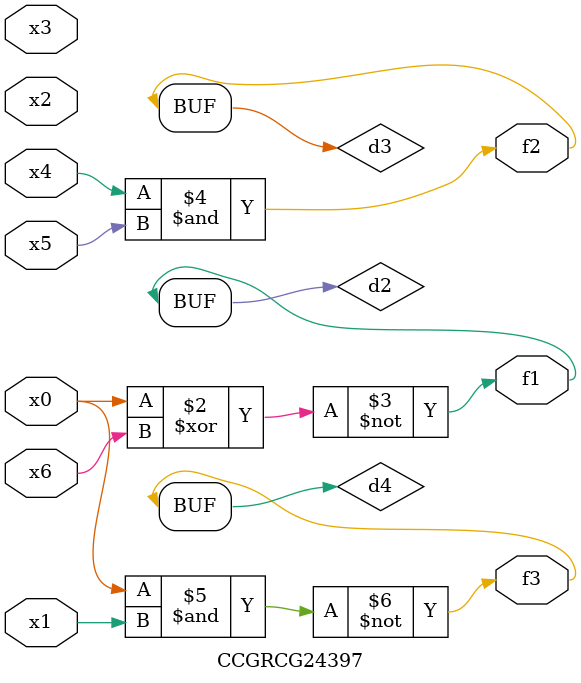
<source format=v>
module CCGRCG24397(
	input x0, x1, x2, x3, x4, x5, x6,
	output f1, f2, f3
);

	wire d1, d2, d3, d4;

	nor (d1, x0);
	xnor (d2, x0, x6);
	and (d3, x4, x5);
	nand (d4, x0, x1);
	assign f1 = d2;
	assign f2 = d3;
	assign f3 = d4;
endmodule

</source>
